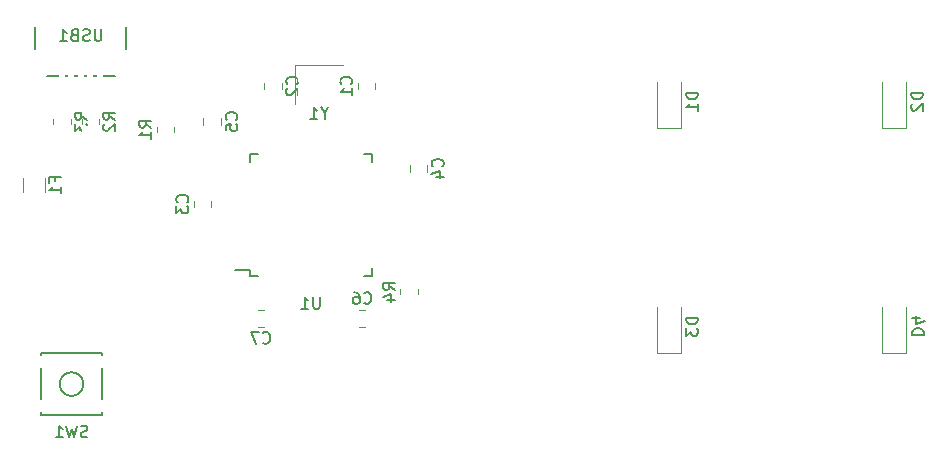
<source format=gbo>
%TF.GenerationSoftware,KiCad,Pcbnew,(5.1.10)-1*%
%TF.CreationDate,2021-05-26T18:35:01+08:00*%
%TF.ProjectId,FirstPCB,46697273-7450-4434-922e-6b696361645f,rev?*%
%TF.SameCoordinates,Original*%
%TF.FileFunction,Legend,Bot*%
%TF.FilePolarity,Positive*%
%FSLAX46Y46*%
G04 Gerber Fmt 4.6, Leading zero omitted, Abs format (unit mm)*
G04 Created by KiCad (PCBNEW (5.1.10)-1) date 2021-05-26 18:35:01*
%MOMM*%
%LPD*%
G01*
G04 APERTURE LIST*
%ADD10C,0.120000*%
%ADD11C,0.150000*%
%ADD12C,1.750000*%
%ADD13C,2.250000*%
%ADD14C,3.987800*%
%ADD15R,1.200000X0.900000*%
%ADD16R,1.400000X1.200000*%
%ADD17O,1.700000X2.700000*%
%ADD18R,0.500000X2.250000*%
%ADD19R,0.550000X1.500000*%
%ADD20R,1.500000X0.550000*%
%ADD21R,1.800000X1.100000*%
G04 APERTURE END LIST*
D10*
%TO.C,D2*%
X146034000Y-118804250D02*
X146034000Y-114904250D01*
X144034000Y-118804250D02*
X144034000Y-114904250D01*
X146034000Y-118804250D02*
X144034000Y-118804250D01*
%TO.C,Y1*%
X94350000Y-113500000D02*
X98350000Y-113500000D01*
X94350000Y-116800000D02*
X94350000Y-113500000D01*
D11*
%TO.C,USB1*%
X72350000Y-108966000D02*
X72350000Y-114416000D01*
X80050000Y-108966000D02*
X80050000Y-114416000D01*
X72350000Y-114416000D02*
X80050000Y-114416000D01*
%TO.C,U1*%
X90487750Y-130806250D02*
X89212750Y-130806250D01*
X100837750Y-131381250D02*
X100162750Y-131381250D01*
X100837750Y-121031250D02*
X100162750Y-121031250D01*
X90487750Y-121031250D02*
X91162750Y-121031250D01*
X90487750Y-131381250D02*
X91162750Y-131381250D01*
X90487750Y-121031250D02*
X90487750Y-121706250D01*
X100837750Y-121031250D02*
X100837750Y-121706250D01*
X100837750Y-131381250D02*
X100837750Y-130706250D01*
X90487750Y-131381250D02*
X90487750Y-130806250D01*
%TO.C,SW1*%
X78006250Y-137893750D02*
X72806250Y-137893750D01*
X72806250Y-137893750D02*
X72806250Y-143093750D01*
X72806250Y-143093750D02*
X78006250Y-143093750D01*
X78006250Y-143093750D02*
X78006250Y-137893750D01*
X76406250Y-140493750D02*
G75*
G03*
X76406250Y-140493750I-1000000J0D01*
G01*
D10*
%TO.C,R4*%
X104716250Y-132447936D02*
X104716250Y-132902064D01*
X103246250Y-132447936D02*
X103246250Y-132902064D01*
%TO.C,R3*%
X73877500Y-118495814D02*
X73877500Y-118041686D01*
X75347500Y-118495814D02*
X75347500Y-118041686D01*
%TO.C,R2*%
X76258750Y-118495814D02*
X76258750Y-118041686D01*
X77728750Y-118495814D02*
X77728750Y-118041686D01*
%TO.C,R1*%
X84078750Y-118716686D02*
X84078750Y-119170814D01*
X82608750Y-118716686D02*
X82608750Y-119170814D01*
%TO.C,F1*%
X71321250Y-124239564D02*
X71321250Y-123035436D01*
X73141250Y-124239564D02*
X73141250Y-123035436D01*
%TO.C,D4*%
X146034000Y-137854250D02*
X146034000Y-133954250D01*
X144034000Y-137854250D02*
X144034000Y-133954250D01*
X146034000Y-137854250D02*
X144034000Y-137854250D01*
%TO.C,D3*%
X126984000Y-137854250D02*
X126984000Y-133954250D01*
X124984000Y-137854250D02*
X124984000Y-133954250D01*
X126984000Y-137854250D02*
X124984000Y-137854250D01*
%TO.C,D1*%
X126984000Y-118804250D02*
X126984000Y-114904250D01*
X124984000Y-118804250D02*
X124984000Y-114904250D01*
X126984000Y-118804250D02*
X124984000Y-118804250D01*
%TO.C,C7*%
X91176248Y-134202500D02*
X91698752Y-134202500D01*
X91176248Y-135672500D02*
X91698752Y-135672500D01*
%TO.C,C6*%
X100273752Y-135672500D02*
X99751248Y-135672500D01*
X100273752Y-134202500D02*
X99751248Y-134202500D01*
%TO.C,C5*%
X86577500Y-118530002D02*
X86577500Y-118007498D01*
X88047500Y-118530002D02*
X88047500Y-118007498D01*
%TO.C,C4*%
X104040000Y-122498752D02*
X104040000Y-121976248D01*
X105510000Y-122498752D02*
X105510000Y-121976248D01*
%TO.C,C3*%
X87253750Y-124994998D02*
X87253750Y-125517502D01*
X85783750Y-124994998D02*
X85783750Y-125517502D01*
%TO.C,C2*%
X91721000Y-115513752D02*
X91721000Y-114991248D01*
X93191000Y-115513752D02*
X93191000Y-114991248D01*
%TO.C,C1*%
X101128500Y-114991248D02*
X101128500Y-115513752D01*
X99658500Y-114991248D02*
X99658500Y-115513752D01*
%TO.C,D2*%
D11*
X147486380Y-115816154D02*
X146486380Y-115816154D01*
X146486380Y-116054250D01*
X146534000Y-116197107D01*
X146629238Y-116292345D01*
X146724476Y-116339964D01*
X146914952Y-116387583D01*
X147057809Y-116387583D01*
X147248285Y-116339964D01*
X147343523Y-116292345D01*
X147438761Y-116197107D01*
X147486380Y-116054250D01*
X147486380Y-115816154D01*
X146581619Y-116768535D02*
X146534000Y-116816154D01*
X146486380Y-116911392D01*
X146486380Y-117149488D01*
X146534000Y-117244726D01*
X146581619Y-117292345D01*
X146676857Y-117339964D01*
X146772095Y-117339964D01*
X146914952Y-117292345D01*
X147486380Y-116720916D01*
X147486380Y-117339964D01*
%TO.C,Y1*%
X96826190Y-117576190D02*
X96826190Y-118052380D01*
X97159523Y-117052380D02*
X96826190Y-117576190D01*
X96492857Y-117052380D01*
X95635714Y-118052380D02*
X96207142Y-118052380D01*
X95921428Y-118052380D02*
X95921428Y-117052380D01*
X96016666Y-117195238D01*
X96111904Y-117290476D01*
X96207142Y-117338095D01*
%TO.C,USB1*%
X77938095Y-110450380D02*
X77938095Y-111259904D01*
X77890476Y-111355142D01*
X77842857Y-111402761D01*
X77747619Y-111450380D01*
X77557142Y-111450380D01*
X77461904Y-111402761D01*
X77414285Y-111355142D01*
X77366666Y-111259904D01*
X77366666Y-110450380D01*
X76938095Y-111402761D02*
X76795238Y-111450380D01*
X76557142Y-111450380D01*
X76461904Y-111402761D01*
X76414285Y-111355142D01*
X76366666Y-111259904D01*
X76366666Y-111164666D01*
X76414285Y-111069428D01*
X76461904Y-111021809D01*
X76557142Y-110974190D01*
X76747619Y-110926571D01*
X76842857Y-110878952D01*
X76890476Y-110831333D01*
X76938095Y-110736095D01*
X76938095Y-110640857D01*
X76890476Y-110545619D01*
X76842857Y-110498000D01*
X76747619Y-110450380D01*
X76509523Y-110450380D01*
X76366666Y-110498000D01*
X75604761Y-110926571D02*
X75461904Y-110974190D01*
X75414285Y-111021809D01*
X75366666Y-111117047D01*
X75366666Y-111259904D01*
X75414285Y-111355142D01*
X75461904Y-111402761D01*
X75557142Y-111450380D01*
X75938095Y-111450380D01*
X75938095Y-110450380D01*
X75604761Y-110450380D01*
X75509523Y-110498000D01*
X75461904Y-110545619D01*
X75414285Y-110640857D01*
X75414285Y-110736095D01*
X75461904Y-110831333D01*
X75509523Y-110878952D01*
X75604761Y-110926571D01*
X75938095Y-110926571D01*
X74414285Y-111450380D02*
X74985714Y-111450380D01*
X74700000Y-111450380D02*
X74700000Y-110450380D01*
X74795238Y-110593238D01*
X74890476Y-110688476D01*
X74985714Y-110736095D01*
%TO.C,U1*%
X96424654Y-133108630D02*
X96424654Y-133918154D01*
X96377035Y-134013392D01*
X96329416Y-134061011D01*
X96234178Y-134108630D01*
X96043702Y-134108630D01*
X95948464Y-134061011D01*
X95900845Y-134013392D01*
X95853226Y-133918154D01*
X95853226Y-133108630D01*
X94853226Y-134108630D02*
X95424654Y-134108630D01*
X95138940Y-134108630D02*
X95138940Y-133108630D01*
X95234178Y-133251488D01*
X95329416Y-133346726D01*
X95424654Y-133394345D01*
%TO.C,SW1*%
X76739583Y-144962511D02*
X76596726Y-145010130D01*
X76358630Y-145010130D01*
X76263392Y-144962511D01*
X76215773Y-144914892D01*
X76168154Y-144819654D01*
X76168154Y-144724416D01*
X76215773Y-144629178D01*
X76263392Y-144581559D01*
X76358630Y-144533940D01*
X76549107Y-144486321D01*
X76644345Y-144438702D01*
X76691964Y-144391083D01*
X76739583Y-144295845D01*
X76739583Y-144200607D01*
X76691964Y-144105369D01*
X76644345Y-144057750D01*
X76549107Y-144010130D01*
X76311011Y-144010130D01*
X76168154Y-144057750D01*
X75834821Y-144010130D02*
X75596726Y-145010130D01*
X75406250Y-144295845D01*
X75215773Y-145010130D01*
X74977678Y-144010130D01*
X74072916Y-145010130D02*
X74644345Y-145010130D01*
X74358630Y-145010130D02*
X74358630Y-144010130D01*
X74453869Y-144152988D01*
X74549107Y-144248226D01*
X74644345Y-144295845D01*
%TO.C,R4*%
X102783630Y-132508333D02*
X102307440Y-132175000D01*
X102783630Y-131936904D02*
X101783630Y-131936904D01*
X101783630Y-132317857D01*
X101831250Y-132413095D01*
X101878869Y-132460714D01*
X101974107Y-132508333D01*
X102116964Y-132508333D01*
X102212202Y-132460714D01*
X102259821Y-132413095D01*
X102307440Y-132317857D01*
X102307440Y-131936904D01*
X102116964Y-133365476D02*
X102783630Y-133365476D01*
X101736011Y-133127380D02*
X102450297Y-132889285D01*
X102450297Y-133508333D01*
%TO.C,R3*%
X76714880Y-118102083D02*
X76238690Y-117768750D01*
X76714880Y-117530654D02*
X75714880Y-117530654D01*
X75714880Y-117911607D01*
X75762500Y-118006845D01*
X75810119Y-118054464D01*
X75905357Y-118102083D01*
X76048214Y-118102083D01*
X76143452Y-118054464D01*
X76191071Y-118006845D01*
X76238690Y-117911607D01*
X76238690Y-117530654D01*
X75714880Y-118435416D02*
X75714880Y-119054464D01*
X76095833Y-118721130D01*
X76095833Y-118863988D01*
X76143452Y-118959226D01*
X76191071Y-119006845D01*
X76286309Y-119054464D01*
X76524404Y-119054464D01*
X76619642Y-119006845D01*
X76667261Y-118959226D01*
X76714880Y-118863988D01*
X76714880Y-118578273D01*
X76667261Y-118483035D01*
X76619642Y-118435416D01*
%TO.C,R2*%
X79096130Y-118102083D02*
X78619940Y-117768750D01*
X79096130Y-117530654D02*
X78096130Y-117530654D01*
X78096130Y-117911607D01*
X78143750Y-118006845D01*
X78191369Y-118054464D01*
X78286607Y-118102083D01*
X78429464Y-118102083D01*
X78524702Y-118054464D01*
X78572321Y-118006845D01*
X78619940Y-117911607D01*
X78619940Y-117530654D01*
X78191369Y-118483035D02*
X78143750Y-118530654D01*
X78096130Y-118625892D01*
X78096130Y-118863988D01*
X78143750Y-118959226D01*
X78191369Y-119006845D01*
X78286607Y-119054464D01*
X78381845Y-119054464D01*
X78524702Y-119006845D01*
X79096130Y-118435416D01*
X79096130Y-119054464D01*
%TO.C,R1*%
X82146130Y-118777083D02*
X81669940Y-118443750D01*
X82146130Y-118205654D02*
X81146130Y-118205654D01*
X81146130Y-118586607D01*
X81193750Y-118681845D01*
X81241369Y-118729464D01*
X81336607Y-118777083D01*
X81479464Y-118777083D01*
X81574702Y-118729464D01*
X81622321Y-118681845D01*
X81669940Y-118586607D01*
X81669940Y-118205654D01*
X82146130Y-119729464D02*
X82146130Y-119158035D01*
X82146130Y-119443750D02*
X81146130Y-119443750D01*
X81288988Y-119348511D01*
X81384226Y-119253273D01*
X81431845Y-119158035D01*
%TO.C,F1*%
X73979821Y-123304166D02*
X73979821Y-122970833D01*
X74503630Y-122970833D02*
X73503630Y-122970833D01*
X73503630Y-123447023D01*
X74503630Y-124351785D02*
X74503630Y-123780357D01*
X74503630Y-124066071D02*
X73503630Y-124066071D01*
X73646488Y-123970833D01*
X73741726Y-123875595D01*
X73789345Y-123780357D01*
%TO.C,D4*%
X146581619Y-136342345D02*
X147581619Y-136342345D01*
X147581619Y-136104250D01*
X147534000Y-135961392D01*
X147438761Y-135866154D01*
X147343523Y-135818535D01*
X147153047Y-135770916D01*
X147010190Y-135770916D01*
X146819714Y-135818535D01*
X146724476Y-135866154D01*
X146629238Y-135961392D01*
X146581619Y-136104250D01*
X146581619Y-136342345D01*
X147248285Y-134913773D02*
X146581619Y-134913773D01*
X147629238Y-135151869D02*
X146914952Y-135389964D01*
X146914952Y-134770916D01*
%TO.C,D3*%
X128436380Y-134866154D02*
X127436380Y-134866154D01*
X127436380Y-135104250D01*
X127484000Y-135247107D01*
X127579238Y-135342345D01*
X127674476Y-135389964D01*
X127864952Y-135437583D01*
X128007809Y-135437583D01*
X128198285Y-135389964D01*
X128293523Y-135342345D01*
X128388761Y-135247107D01*
X128436380Y-135104250D01*
X128436380Y-134866154D01*
X127436380Y-135770916D02*
X127436380Y-136389964D01*
X127817333Y-136056630D01*
X127817333Y-136199488D01*
X127864952Y-136294726D01*
X127912571Y-136342345D01*
X128007809Y-136389964D01*
X128245904Y-136389964D01*
X128341142Y-136342345D01*
X128388761Y-136294726D01*
X128436380Y-136199488D01*
X128436380Y-135913773D01*
X128388761Y-135818535D01*
X128341142Y-135770916D01*
%TO.C,D1*%
X128436380Y-115816154D02*
X127436380Y-115816154D01*
X127436380Y-116054250D01*
X127484000Y-116197107D01*
X127579238Y-116292345D01*
X127674476Y-116339964D01*
X127864952Y-116387583D01*
X128007809Y-116387583D01*
X128198285Y-116339964D01*
X128293523Y-116292345D01*
X128388761Y-116197107D01*
X128436380Y-116054250D01*
X128436380Y-115816154D01*
X128436380Y-117339964D02*
X128436380Y-116768535D01*
X128436380Y-117054250D02*
X127436380Y-117054250D01*
X127579238Y-116959011D01*
X127674476Y-116863773D01*
X127722095Y-116768535D01*
%TO.C,C7*%
X91604166Y-136974642D02*
X91651785Y-137022261D01*
X91794642Y-137069880D01*
X91889880Y-137069880D01*
X92032738Y-137022261D01*
X92127976Y-136927023D01*
X92175595Y-136831785D01*
X92223214Y-136641309D01*
X92223214Y-136498452D01*
X92175595Y-136307976D01*
X92127976Y-136212738D01*
X92032738Y-136117500D01*
X91889880Y-136069880D01*
X91794642Y-136069880D01*
X91651785Y-136117500D01*
X91604166Y-136165119D01*
X91270833Y-136069880D02*
X90604166Y-136069880D01*
X91032738Y-137069880D01*
%TO.C,C6*%
X100179166Y-133614642D02*
X100226785Y-133662261D01*
X100369642Y-133709880D01*
X100464880Y-133709880D01*
X100607738Y-133662261D01*
X100702976Y-133567023D01*
X100750595Y-133471785D01*
X100798214Y-133281309D01*
X100798214Y-133138452D01*
X100750595Y-132947976D01*
X100702976Y-132852738D01*
X100607738Y-132757500D01*
X100464880Y-132709880D01*
X100369642Y-132709880D01*
X100226785Y-132757500D01*
X100179166Y-132805119D01*
X99322023Y-132709880D02*
X99512500Y-132709880D01*
X99607738Y-132757500D01*
X99655357Y-132805119D01*
X99750595Y-132947976D01*
X99798214Y-133138452D01*
X99798214Y-133519404D01*
X99750595Y-133614642D01*
X99702976Y-133662261D01*
X99607738Y-133709880D01*
X99417261Y-133709880D01*
X99322023Y-133662261D01*
X99274404Y-133614642D01*
X99226785Y-133519404D01*
X99226785Y-133281309D01*
X99274404Y-133186071D01*
X99322023Y-133138452D01*
X99417261Y-133090833D01*
X99607738Y-133090833D01*
X99702976Y-133138452D01*
X99750595Y-133186071D01*
X99798214Y-133281309D01*
%TO.C,C5*%
X89349642Y-118102083D02*
X89397261Y-118054464D01*
X89444880Y-117911607D01*
X89444880Y-117816369D01*
X89397261Y-117673511D01*
X89302023Y-117578273D01*
X89206785Y-117530654D01*
X89016309Y-117483035D01*
X88873452Y-117483035D01*
X88682976Y-117530654D01*
X88587738Y-117578273D01*
X88492500Y-117673511D01*
X88444880Y-117816369D01*
X88444880Y-117911607D01*
X88492500Y-118054464D01*
X88540119Y-118102083D01*
X88444880Y-119006845D02*
X88444880Y-118530654D01*
X88921071Y-118483035D01*
X88873452Y-118530654D01*
X88825833Y-118625892D01*
X88825833Y-118863988D01*
X88873452Y-118959226D01*
X88921071Y-119006845D01*
X89016309Y-119054464D01*
X89254404Y-119054464D01*
X89349642Y-119006845D01*
X89397261Y-118959226D01*
X89444880Y-118863988D01*
X89444880Y-118625892D01*
X89397261Y-118530654D01*
X89349642Y-118483035D01*
%TO.C,C4*%
X106812142Y-122070833D02*
X106859761Y-122023214D01*
X106907380Y-121880357D01*
X106907380Y-121785119D01*
X106859761Y-121642261D01*
X106764523Y-121547023D01*
X106669285Y-121499404D01*
X106478809Y-121451785D01*
X106335952Y-121451785D01*
X106145476Y-121499404D01*
X106050238Y-121547023D01*
X105955000Y-121642261D01*
X105907380Y-121785119D01*
X105907380Y-121880357D01*
X105955000Y-122023214D01*
X106002619Y-122070833D01*
X106240714Y-122927976D02*
X106907380Y-122927976D01*
X105859761Y-122689880D02*
X106574047Y-122451785D01*
X106574047Y-123070833D01*
%TO.C,C3*%
X85195892Y-125089583D02*
X85243511Y-125041964D01*
X85291130Y-124899107D01*
X85291130Y-124803869D01*
X85243511Y-124661011D01*
X85148273Y-124565773D01*
X85053035Y-124518154D01*
X84862559Y-124470535D01*
X84719702Y-124470535D01*
X84529226Y-124518154D01*
X84433988Y-124565773D01*
X84338750Y-124661011D01*
X84291130Y-124803869D01*
X84291130Y-124899107D01*
X84338750Y-125041964D01*
X84386369Y-125089583D01*
X84291130Y-125422916D02*
X84291130Y-126041964D01*
X84672083Y-125708630D01*
X84672083Y-125851488D01*
X84719702Y-125946726D01*
X84767321Y-125994345D01*
X84862559Y-126041964D01*
X85100654Y-126041964D01*
X85195892Y-125994345D01*
X85243511Y-125946726D01*
X85291130Y-125851488D01*
X85291130Y-125565773D01*
X85243511Y-125470535D01*
X85195892Y-125422916D01*
%TO.C,C2*%
X94493142Y-115085833D02*
X94540761Y-115038214D01*
X94588380Y-114895357D01*
X94588380Y-114800119D01*
X94540761Y-114657261D01*
X94445523Y-114562023D01*
X94350285Y-114514404D01*
X94159809Y-114466785D01*
X94016952Y-114466785D01*
X93826476Y-114514404D01*
X93731238Y-114562023D01*
X93636000Y-114657261D01*
X93588380Y-114800119D01*
X93588380Y-114895357D01*
X93636000Y-115038214D01*
X93683619Y-115085833D01*
X93683619Y-115466785D02*
X93636000Y-115514404D01*
X93588380Y-115609642D01*
X93588380Y-115847738D01*
X93636000Y-115942976D01*
X93683619Y-115990595D01*
X93778857Y-116038214D01*
X93874095Y-116038214D01*
X94016952Y-115990595D01*
X94588380Y-115419166D01*
X94588380Y-116038214D01*
%TO.C,C1*%
X99070642Y-115085833D02*
X99118261Y-115038214D01*
X99165880Y-114895357D01*
X99165880Y-114800119D01*
X99118261Y-114657261D01*
X99023023Y-114562023D01*
X98927785Y-114514404D01*
X98737309Y-114466785D01*
X98594452Y-114466785D01*
X98403976Y-114514404D01*
X98308738Y-114562023D01*
X98213500Y-114657261D01*
X98165880Y-114800119D01*
X98165880Y-114895357D01*
X98213500Y-115038214D01*
X98261119Y-115085833D01*
X99165880Y-116038214D02*
X99165880Y-115466785D01*
X99165880Y-115752500D02*
X98165880Y-115752500D01*
X98308738Y-115657261D01*
X98403976Y-115562023D01*
X98451595Y-115466785D01*
%TD*%
%LPC*%
D12*
%TO.C,MX3*%
X123348750Y-135731250D03*
X113188750Y-135731250D03*
D13*
X115768750Y-131731250D03*
D14*
X118268750Y-135731250D03*
G36*
G01*
X113707438Y-134028600D02*
X113707433Y-134028595D01*
G75*
G02*
X113621405Y-132439933I751317J837345D01*
G01*
X114931407Y-130979933D01*
G75*
G02*
X116520069Y-130893905I837345J-751317D01*
G01*
X116520069Y-130893905D01*
G75*
G02*
X116606097Y-132482567I-751317J-837345D01*
G01*
X115296095Y-133942567D01*
G75*
G02*
X113707433Y-134028595I-837345J751317D01*
G01*
G37*
D13*
X120808750Y-130651250D03*
G36*
G01*
X120692233Y-132353645D02*
X120691347Y-132353584D01*
G75*
G02*
X119646416Y-131153847I77403J1122334D01*
G01*
X119686416Y-130573847D01*
G75*
G02*
X120886153Y-129528916I1122334J-77403D01*
G01*
X120886153Y-129528916D01*
G75*
G02*
X121931084Y-130728653I-77403J-1122334D01*
G01*
X121891084Y-131308653D01*
G75*
G02*
X120691347Y-132353584I-1122334J77403D01*
G01*
G37*
%TD*%
D12*
%TO.C,MX1*%
X123317000Y-116586000D03*
X113157000Y-116586000D03*
D13*
X115737000Y-112586000D03*
D14*
X118237000Y-116586000D03*
G36*
G01*
X113675688Y-114883350D02*
X113675683Y-114883345D01*
G75*
G02*
X113589655Y-113294683I751317J837345D01*
G01*
X114899657Y-111834683D01*
G75*
G02*
X116488319Y-111748655I837345J-751317D01*
G01*
X116488319Y-111748655D01*
G75*
G02*
X116574347Y-113337317I-751317J-837345D01*
G01*
X115264345Y-114797317D01*
G75*
G02*
X113675683Y-114883345I-837345J751317D01*
G01*
G37*
D13*
X120777000Y-111506000D03*
G36*
G01*
X120660483Y-113208395D02*
X120659597Y-113208334D01*
G75*
G02*
X119614666Y-112008597I77403J1122334D01*
G01*
X119654666Y-111428597D01*
G75*
G02*
X120854403Y-110383666I1122334J-77403D01*
G01*
X120854403Y-110383666D01*
G75*
G02*
X121899334Y-111583403I-77403J-1122334D01*
G01*
X121859334Y-112163403D01*
G75*
G02*
X120659597Y-113208334I-1122334J77403D01*
G01*
G37*
%TD*%
D15*
%TO.C,D2*%
X145034000Y-114904250D03*
X145034000Y-118204250D03*
%TD*%
D16*
%TO.C,Y1*%
X95250000Y-116000000D03*
X97450000Y-116000000D03*
X97450000Y-114300000D03*
X95250000Y-114300000D03*
%TD*%
D17*
%TO.C,USB1*%
X72550000Y-108966000D03*
X79850000Y-108966000D03*
X79850000Y-113466000D03*
X72550000Y-113466000D03*
D18*
X74600000Y-113466000D03*
X75400000Y-113466000D03*
X76200000Y-113466000D03*
X77000000Y-113466000D03*
X77800000Y-113466000D03*
%TD*%
D19*
%TO.C,U1*%
X91662750Y-131906250D03*
X92462750Y-131906250D03*
X93262750Y-131906250D03*
X94062750Y-131906250D03*
X94862750Y-131906250D03*
X95662750Y-131906250D03*
X96462750Y-131906250D03*
X97262750Y-131906250D03*
X98062750Y-131906250D03*
X98862750Y-131906250D03*
X99662750Y-131906250D03*
D20*
X101362750Y-130206250D03*
X101362750Y-129406250D03*
X101362750Y-128606250D03*
X101362750Y-127806250D03*
X101362750Y-127006250D03*
X101362750Y-126206250D03*
X101362750Y-125406250D03*
X101362750Y-124606250D03*
X101362750Y-123806250D03*
X101362750Y-123006250D03*
X101362750Y-122206250D03*
D19*
X99662750Y-120506250D03*
X98862750Y-120506250D03*
X98062750Y-120506250D03*
X97262750Y-120506250D03*
X96462750Y-120506250D03*
X95662750Y-120506250D03*
X94862750Y-120506250D03*
X94062750Y-120506250D03*
X93262750Y-120506250D03*
X92462750Y-120506250D03*
X91662750Y-120506250D03*
D20*
X89962750Y-122206250D03*
X89962750Y-123006250D03*
X89962750Y-123806250D03*
X89962750Y-124606250D03*
X89962750Y-125406250D03*
X89962750Y-126206250D03*
X89962750Y-127006250D03*
X89962750Y-127806250D03*
X89962750Y-128606250D03*
X89962750Y-129406250D03*
X89962750Y-130206250D03*
%TD*%
D21*
%TO.C,SW1*%
X78506250Y-142343750D03*
X72306250Y-138643750D03*
X78506250Y-138643750D03*
X72306250Y-142343750D03*
%TD*%
%TO.C,R4*%
G36*
G01*
X103531249Y-133075000D02*
X104431251Y-133075000D01*
G75*
G02*
X104681250Y-133324999I0J-249999D01*
G01*
X104681250Y-133850001D01*
G75*
G02*
X104431251Y-134100000I-249999J0D01*
G01*
X103531249Y-134100000D01*
G75*
G02*
X103281250Y-133850001I0J249999D01*
G01*
X103281250Y-133324999D01*
G75*
G02*
X103531249Y-133075000I249999J0D01*
G01*
G37*
G36*
G01*
X103531249Y-131250000D02*
X104431251Y-131250000D01*
G75*
G02*
X104681250Y-131499999I0J-249999D01*
G01*
X104681250Y-132025001D01*
G75*
G02*
X104431251Y-132275000I-249999J0D01*
G01*
X103531249Y-132275000D01*
G75*
G02*
X103281250Y-132025001I0J249999D01*
G01*
X103281250Y-131499999D01*
G75*
G02*
X103531249Y-131250000I249999J0D01*
G01*
G37*
%TD*%
%TO.C,R3*%
G36*
G01*
X75062501Y-117868750D02*
X74162499Y-117868750D01*
G75*
G02*
X73912500Y-117618751I0J249999D01*
G01*
X73912500Y-117093749D01*
G75*
G02*
X74162499Y-116843750I249999J0D01*
G01*
X75062501Y-116843750D01*
G75*
G02*
X75312500Y-117093749I0J-249999D01*
G01*
X75312500Y-117618751D01*
G75*
G02*
X75062501Y-117868750I-249999J0D01*
G01*
G37*
G36*
G01*
X75062501Y-119693750D02*
X74162499Y-119693750D01*
G75*
G02*
X73912500Y-119443751I0J249999D01*
G01*
X73912500Y-118918749D01*
G75*
G02*
X74162499Y-118668750I249999J0D01*
G01*
X75062501Y-118668750D01*
G75*
G02*
X75312500Y-118918749I0J-249999D01*
G01*
X75312500Y-119443751D01*
G75*
G02*
X75062501Y-119693750I-249999J0D01*
G01*
G37*
%TD*%
%TO.C,R2*%
G36*
G01*
X77443751Y-117868750D02*
X76543749Y-117868750D01*
G75*
G02*
X76293750Y-117618751I0J249999D01*
G01*
X76293750Y-117093749D01*
G75*
G02*
X76543749Y-116843750I249999J0D01*
G01*
X77443751Y-116843750D01*
G75*
G02*
X77693750Y-117093749I0J-249999D01*
G01*
X77693750Y-117618751D01*
G75*
G02*
X77443751Y-117868750I-249999J0D01*
G01*
G37*
G36*
G01*
X77443751Y-119693750D02*
X76543749Y-119693750D01*
G75*
G02*
X76293750Y-119443751I0J249999D01*
G01*
X76293750Y-118918749D01*
G75*
G02*
X76543749Y-118668750I249999J0D01*
G01*
X77443751Y-118668750D01*
G75*
G02*
X77693750Y-118918749I0J-249999D01*
G01*
X77693750Y-119443751D01*
G75*
G02*
X77443751Y-119693750I-249999J0D01*
G01*
G37*
%TD*%
%TO.C,R1*%
G36*
G01*
X82893749Y-119343750D02*
X83793751Y-119343750D01*
G75*
G02*
X84043750Y-119593749I0J-249999D01*
G01*
X84043750Y-120118751D01*
G75*
G02*
X83793751Y-120368750I-249999J0D01*
G01*
X82893749Y-120368750D01*
G75*
G02*
X82643750Y-120118751I0J249999D01*
G01*
X82643750Y-119593749D01*
G75*
G02*
X82893749Y-119343750I249999J0D01*
G01*
G37*
G36*
G01*
X82893749Y-117518750D02*
X83793751Y-117518750D01*
G75*
G02*
X84043750Y-117768749I0J-249999D01*
G01*
X84043750Y-118293751D01*
G75*
G02*
X83793751Y-118543750I-249999J0D01*
G01*
X82893749Y-118543750D01*
G75*
G02*
X82643750Y-118293751I0J249999D01*
G01*
X82643750Y-117768749D01*
G75*
G02*
X82893749Y-117518750I249999J0D01*
G01*
G37*
%TD*%
D12*
%TO.C,MX4*%
X142303500Y-135572500D03*
X132143500Y-135572500D03*
D13*
X134723500Y-131572500D03*
D14*
X137223500Y-135572500D03*
G36*
G01*
X132662188Y-133869850D02*
X132662183Y-133869845D01*
G75*
G02*
X132576155Y-132281183I751317J837345D01*
G01*
X133886157Y-130821183D01*
G75*
G02*
X135474819Y-130735155I837345J-751317D01*
G01*
X135474819Y-130735155D01*
G75*
G02*
X135560847Y-132323817I-751317J-837345D01*
G01*
X134250845Y-133783817D01*
G75*
G02*
X132662183Y-133869845I-837345J751317D01*
G01*
G37*
D13*
X139763500Y-130492500D03*
G36*
G01*
X139646983Y-132194895D02*
X139646097Y-132194834D01*
G75*
G02*
X138601166Y-130995097I77403J1122334D01*
G01*
X138641166Y-130415097D01*
G75*
G02*
X139840903Y-129370166I1122334J-77403D01*
G01*
X139840903Y-129370166D01*
G75*
G02*
X140885834Y-130569903I-77403J-1122334D01*
G01*
X140845834Y-131149903D01*
G75*
G02*
X139646097Y-132194834I-1122334J77403D01*
G01*
G37*
%TD*%
D12*
%TO.C,MX2*%
X142290500Y-116522500D03*
X132130500Y-116522500D03*
D13*
X134710500Y-112522500D03*
D14*
X137210500Y-116522500D03*
G36*
G01*
X132649188Y-114819850D02*
X132649183Y-114819845D01*
G75*
G02*
X132563155Y-113231183I751317J837345D01*
G01*
X133873157Y-111771183D01*
G75*
G02*
X135461819Y-111685155I837345J-751317D01*
G01*
X135461819Y-111685155D01*
G75*
G02*
X135547847Y-113273817I-751317J-837345D01*
G01*
X134237845Y-114733817D01*
G75*
G02*
X132649183Y-114819845I-837345J751317D01*
G01*
G37*
D13*
X139750500Y-111442500D03*
G36*
G01*
X139633983Y-113144895D02*
X139633097Y-113144834D01*
G75*
G02*
X138588166Y-111945097I77403J1122334D01*
G01*
X138628166Y-111365097D01*
G75*
G02*
X139827903Y-110320166I1122334J-77403D01*
G01*
X139827903Y-110320166D01*
G75*
G02*
X140872834Y-111519903I-77403J-1122334D01*
G01*
X140832834Y-112099903D01*
G75*
G02*
X139633097Y-113144834I-1122334J77403D01*
G01*
G37*
%TD*%
%TO.C,F1*%
G36*
G01*
X72856250Y-122862500D02*
X71606250Y-122862500D01*
G75*
G02*
X71356250Y-122612500I0J250000D01*
G01*
X71356250Y-121862500D01*
G75*
G02*
X71606250Y-121612500I250000J0D01*
G01*
X72856250Y-121612500D01*
G75*
G02*
X73106250Y-121862500I0J-250000D01*
G01*
X73106250Y-122612500D01*
G75*
G02*
X72856250Y-122862500I-250000J0D01*
G01*
G37*
G36*
G01*
X72856250Y-125662500D02*
X71606250Y-125662500D01*
G75*
G02*
X71356250Y-125412500I0J250000D01*
G01*
X71356250Y-124662500D01*
G75*
G02*
X71606250Y-124412500I250000J0D01*
G01*
X72856250Y-124412500D01*
G75*
G02*
X73106250Y-124662500I0J-250000D01*
G01*
X73106250Y-125412500D01*
G75*
G02*
X72856250Y-125662500I-250000J0D01*
G01*
G37*
%TD*%
D15*
%TO.C,D4*%
X145034000Y-133954250D03*
X145034000Y-137254250D03*
%TD*%
%TO.C,D3*%
X125984000Y-133954250D03*
X125984000Y-137254250D03*
%TD*%
%TO.C,D1*%
X125984000Y-114904250D03*
X125984000Y-118204250D03*
%TD*%
%TO.C,C7*%
G36*
G01*
X91887500Y-135412500D02*
X91887500Y-134462500D01*
G75*
G02*
X92137500Y-134212500I250000J0D01*
G01*
X92637500Y-134212500D01*
G75*
G02*
X92887500Y-134462500I0J-250000D01*
G01*
X92887500Y-135412500D01*
G75*
G02*
X92637500Y-135662500I-250000J0D01*
G01*
X92137500Y-135662500D01*
G75*
G02*
X91887500Y-135412500I0J250000D01*
G01*
G37*
G36*
G01*
X89987500Y-135412500D02*
X89987500Y-134462500D01*
G75*
G02*
X90237500Y-134212500I250000J0D01*
G01*
X90737500Y-134212500D01*
G75*
G02*
X90987500Y-134462500I0J-250000D01*
G01*
X90987500Y-135412500D01*
G75*
G02*
X90737500Y-135662500I-250000J0D01*
G01*
X90237500Y-135662500D01*
G75*
G02*
X89987500Y-135412500I0J250000D01*
G01*
G37*
%TD*%
%TO.C,C6*%
G36*
G01*
X99562500Y-134462500D02*
X99562500Y-135412500D01*
G75*
G02*
X99312500Y-135662500I-250000J0D01*
G01*
X98812500Y-135662500D01*
G75*
G02*
X98562500Y-135412500I0J250000D01*
G01*
X98562500Y-134462500D01*
G75*
G02*
X98812500Y-134212500I250000J0D01*
G01*
X99312500Y-134212500D01*
G75*
G02*
X99562500Y-134462500I0J-250000D01*
G01*
G37*
G36*
G01*
X101462500Y-134462500D02*
X101462500Y-135412500D01*
G75*
G02*
X101212500Y-135662500I-250000J0D01*
G01*
X100712500Y-135662500D01*
G75*
G02*
X100462500Y-135412500I0J250000D01*
G01*
X100462500Y-134462500D01*
G75*
G02*
X100712500Y-134212500I250000J0D01*
G01*
X101212500Y-134212500D01*
G75*
G02*
X101462500Y-134462500I0J-250000D01*
G01*
G37*
%TD*%
%TO.C,C5*%
G36*
G01*
X87787500Y-117818750D02*
X86837500Y-117818750D01*
G75*
G02*
X86587500Y-117568750I0J250000D01*
G01*
X86587500Y-117068750D01*
G75*
G02*
X86837500Y-116818750I250000J0D01*
G01*
X87787500Y-116818750D01*
G75*
G02*
X88037500Y-117068750I0J-250000D01*
G01*
X88037500Y-117568750D01*
G75*
G02*
X87787500Y-117818750I-250000J0D01*
G01*
G37*
G36*
G01*
X87787500Y-119718750D02*
X86837500Y-119718750D01*
G75*
G02*
X86587500Y-119468750I0J250000D01*
G01*
X86587500Y-118968750D01*
G75*
G02*
X86837500Y-118718750I250000J0D01*
G01*
X87787500Y-118718750D01*
G75*
G02*
X88037500Y-118968750I0J-250000D01*
G01*
X88037500Y-119468750D01*
G75*
G02*
X87787500Y-119718750I-250000J0D01*
G01*
G37*
%TD*%
%TO.C,C4*%
G36*
G01*
X105250000Y-121787500D02*
X104300000Y-121787500D01*
G75*
G02*
X104050000Y-121537500I0J250000D01*
G01*
X104050000Y-121037500D01*
G75*
G02*
X104300000Y-120787500I250000J0D01*
G01*
X105250000Y-120787500D01*
G75*
G02*
X105500000Y-121037500I0J-250000D01*
G01*
X105500000Y-121537500D01*
G75*
G02*
X105250000Y-121787500I-250000J0D01*
G01*
G37*
G36*
G01*
X105250000Y-123687500D02*
X104300000Y-123687500D01*
G75*
G02*
X104050000Y-123437500I0J250000D01*
G01*
X104050000Y-122937500D01*
G75*
G02*
X104300000Y-122687500I250000J0D01*
G01*
X105250000Y-122687500D01*
G75*
G02*
X105500000Y-122937500I0J-250000D01*
G01*
X105500000Y-123437500D01*
G75*
G02*
X105250000Y-123687500I-250000J0D01*
G01*
G37*
%TD*%
%TO.C,C3*%
G36*
G01*
X86043750Y-125706250D02*
X86993750Y-125706250D01*
G75*
G02*
X87243750Y-125956250I0J-250000D01*
G01*
X87243750Y-126456250D01*
G75*
G02*
X86993750Y-126706250I-250000J0D01*
G01*
X86043750Y-126706250D01*
G75*
G02*
X85793750Y-126456250I0J250000D01*
G01*
X85793750Y-125956250D01*
G75*
G02*
X86043750Y-125706250I250000J0D01*
G01*
G37*
G36*
G01*
X86043750Y-123806250D02*
X86993750Y-123806250D01*
G75*
G02*
X87243750Y-124056250I0J-250000D01*
G01*
X87243750Y-124556250D01*
G75*
G02*
X86993750Y-124806250I-250000J0D01*
G01*
X86043750Y-124806250D01*
G75*
G02*
X85793750Y-124556250I0J250000D01*
G01*
X85793750Y-124056250D01*
G75*
G02*
X86043750Y-123806250I250000J0D01*
G01*
G37*
%TD*%
%TO.C,C2*%
G36*
G01*
X92931000Y-114802500D02*
X91981000Y-114802500D01*
G75*
G02*
X91731000Y-114552500I0J250000D01*
G01*
X91731000Y-114052500D01*
G75*
G02*
X91981000Y-113802500I250000J0D01*
G01*
X92931000Y-113802500D01*
G75*
G02*
X93181000Y-114052500I0J-250000D01*
G01*
X93181000Y-114552500D01*
G75*
G02*
X92931000Y-114802500I-250000J0D01*
G01*
G37*
G36*
G01*
X92931000Y-116702500D02*
X91981000Y-116702500D01*
G75*
G02*
X91731000Y-116452500I0J250000D01*
G01*
X91731000Y-115952500D01*
G75*
G02*
X91981000Y-115702500I250000J0D01*
G01*
X92931000Y-115702500D01*
G75*
G02*
X93181000Y-115952500I0J-250000D01*
G01*
X93181000Y-116452500D01*
G75*
G02*
X92931000Y-116702500I-250000J0D01*
G01*
G37*
%TD*%
%TO.C,C1*%
G36*
G01*
X99918500Y-115702500D02*
X100868500Y-115702500D01*
G75*
G02*
X101118500Y-115952500I0J-250000D01*
G01*
X101118500Y-116452500D01*
G75*
G02*
X100868500Y-116702500I-250000J0D01*
G01*
X99918500Y-116702500D01*
G75*
G02*
X99668500Y-116452500I0J250000D01*
G01*
X99668500Y-115952500D01*
G75*
G02*
X99918500Y-115702500I250000J0D01*
G01*
G37*
G36*
G01*
X99918500Y-113802500D02*
X100868500Y-113802500D01*
G75*
G02*
X101118500Y-114052500I0J-250000D01*
G01*
X101118500Y-114552500D01*
G75*
G02*
X100868500Y-114802500I-250000J0D01*
G01*
X99918500Y-114802500D01*
G75*
G02*
X99668500Y-114552500I0J250000D01*
G01*
X99668500Y-114052500D01*
G75*
G02*
X99918500Y-113802500I250000J0D01*
G01*
G37*
%TD*%
M02*

</source>
